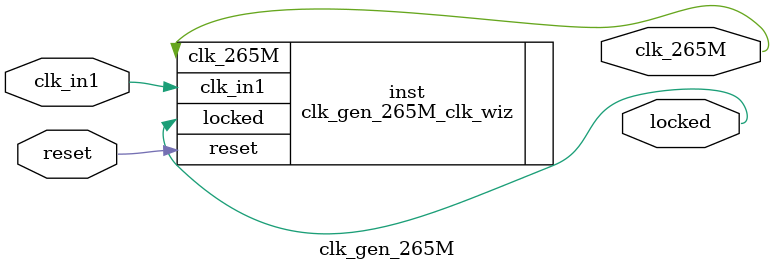
<source format=v>


`timescale 1ps/1ps

(* CORE_GENERATION_INFO = "clk_gen_265M,clk_wiz_v6_0_4_0_0,{component_name=clk_gen_265M,use_phase_alignment=true,use_min_o_jitter=false,use_max_i_jitter=false,use_dyn_phase_shift=false,use_inclk_switchover=false,use_dyn_reconfig=false,enable_axi=0,feedback_source=FDBK_AUTO,PRIMITIVE=MMCM,num_out_clk=1,clkin1_period=20.000,clkin2_period=10.0,use_power_down=false,use_reset=true,use_locked=true,use_inclk_stopped=false,feedback_type=SINGLE,CLOCK_MGR_TYPE=NA,manual_override=false}" *)

module clk_gen_265M 
 (
  // Clock out ports
  output        clk_265M,
  // Status and control signals
  input         reset,
  output        locked,
 // Clock in ports
  input         clk_in1
 );

  clk_gen_265M_clk_wiz inst
  (
  // Clock out ports  
  .clk_265M(clk_265M),
  // Status and control signals               
  .reset(reset), 
  .locked(locked),
 // Clock in ports
  .clk_in1(clk_in1)
  );

endmodule

</source>
